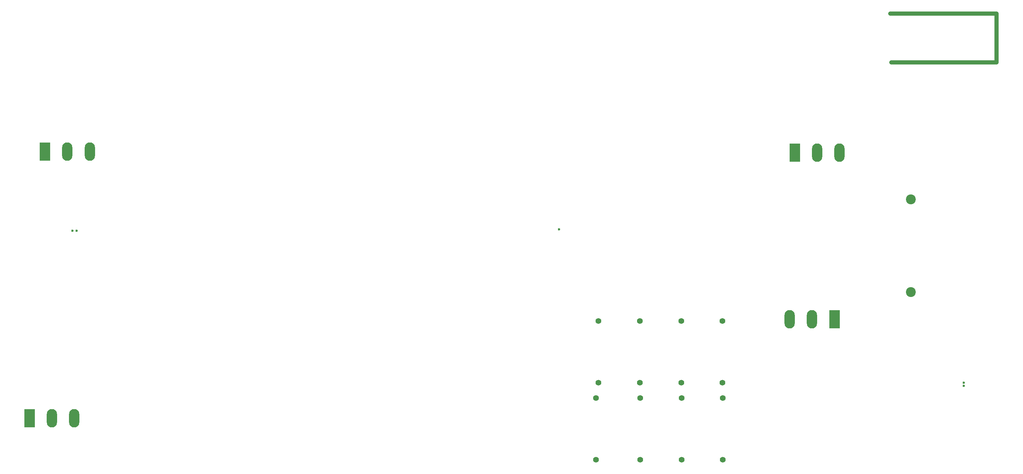
<source format=gbr>
%TF.GenerationSoftware,KiCad,Pcbnew,9.0.3*%
%TF.CreationDate,2025-09-15T08:34:33+02:00*%
%TF.ProjectId,TEST_creat_foder,54455354-5f63-4726-9561-745f666f6465,rev?*%
%TF.SameCoordinates,Original*%
%TF.FileFunction,Copper,L3,Inr*%
%TF.FilePolarity,Positive*%
%FSLAX46Y46*%
G04 Gerber Fmt 4.6, Leading zero omitted, Abs format (unit mm)*
G04 Created by KiCad (PCBNEW 9.0.3) date 2025-09-15 08:34:33*
%MOMM*%
%LPD*%
G01*
G04 APERTURE LIST*
%TA.AperFunction,EtchedComponent*%
%ADD10C,1.000000*%
%TD*%
%TA.AperFunction,ComponentPad*%
%ADD11C,1.400000*%
%TD*%
%TA.AperFunction,ComponentPad*%
%ADD12R,2.500000X4.500000*%
%TD*%
%TA.AperFunction,ComponentPad*%
%ADD13O,2.500000X4.500000*%
%TD*%
%TA.AperFunction,ComponentPad*%
%ADD14C,2.400000*%
%TD*%
%TA.AperFunction,ViaPad*%
%ADD15C,0.600000*%
%TD*%
G04 APERTURE END LIST*
D10*
%TO.C,T2*%
X343882500Y-96810000D02*
X343882500Y-108660000D01*
X318012500Y-96810000D02*
X343882500Y-96810000D01*
X343882500Y-108660000D02*
X318262500Y-108660000D01*
%TD*%
D11*
%TO.N,Net-(T3-AB)*%
%TO.C,C78*%
X247100000Y-171500000D03*
%TO.N,HVN1*%
X247100000Y-186500000D03*
%TD*%
D12*
%TO.N,G_P_1*%
%TO.C,Q1*%
X294800000Y-130610000D03*
D13*
%TO.N,HVP1*%
X300250000Y-130610000D03*
%TO.N,S_P_1*%
X305700000Y-130610000D03*
%TD*%
D11*
%TO.N,Net-(T3-AB)*%
%TO.C,C74*%
X246500000Y-190250000D03*
%TO.N,HVN1*%
X246500000Y-205250000D03*
%TD*%
%TO.N,Net-(T3-AB)*%
%TO.C,C76*%
X267200000Y-171500000D03*
%TO.N,HVN1*%
X267200000Y-186500000D03*
%TD*%
D12*
%TO.N,G_S_1*%
%TO.C,Q3*%
X112550000Y-130390000D03*
D13*
%TO.N,D_S_1*%
X118000000Y-130390000D03*
%TO.N,con_gnd*%
X123450000Y-130390000D03*
%TD*%
D14*
%TO.N,HVP1*%
%TO.C,Cdc1*%
X323000000Y-142000000D03*
%TO.N,HVN1*%
X323000000Y-164500000D03*
%TD*%
D11*
%TO.N,Net-(T3-AB)*%
%TO.C,C77*%
X257150000Y-171500000D03*
%TO.N,HVN1*%
X257150000Y-186500000D03*
%TD*%
%TO.N,Net-(T3-AB)*%
%TO.C,C72*%
X267300000Y-190250000D03*
%TO.N,HVN1*%
X267300000Y-205250000D03*
%TD*%
D12*
%TO.N,G_S_2*%
%TO.C,Q4*%
X108800000Y-195110000D03*
D13*
%TO.N,D_S_2*%
X114250000Y-195110000D03*
%TO.N,con_gnd*%
X119700000Y-195110000D03*
%TD*%
D12*
%TO.N,G_P_2*%
%TO.C,Q2*%
X304450000Y-171140000D03*
D13*
%TO.N,S_P_1*%
X299000000Y-171140000D03*
%TO.N,HVN1*%
X293550000Y-171140000D03*
%TD*%
D11*
%TO.N,Net-(T3-AB)*%
%TO.C,C21*%
X277350000Y-190250000D03*
%TO.N,HVN1*%
X277350000Y-205250000D03*
%TD*%
%TO.N,Net-(T3-AB)*%
%TO.C,C73*%
X257250000Y-190250000D03*
%TO.N,HVN1*%
X257250000Y-205250000D03*
%TD*%
%TO.N,Net-(T3-AB)*%
%TO.C,C75*%
X277250000Y-171500000D03*
%TO.N,HVN1*%
X277250000Y-186500000D03*
%TD*%
D15*
%TO.N,Net-(T3-AB)*%
X237500000Y-149250000D03*
%TO.N,*%
X120250000Y-149575000D03*
X119250000Y-149575000D03*
X335925000Y-186500000D03*
X335925000Y-187250000D03*
%TD*%
M02*

</source>
